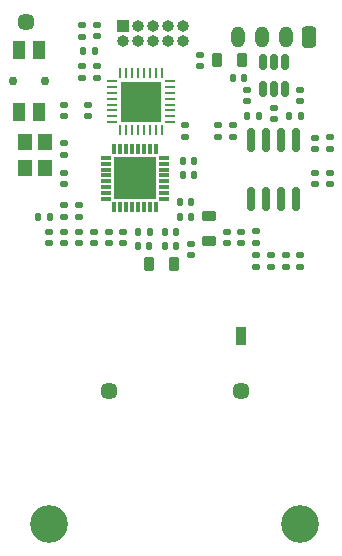
<source format=gbr>
%TF.GenerationSoftware,KiCad,Pcbnew,7.0.5*%
%TF.CreationDate,2023-08-24T03:33:07+02:00*%
%TF.ProjectId,Reader_Module,52656164-6572-45f4-9d6f-64756c652e6b,rev?*%
%TF.SameCoordinates,Original*%
%TF.FileFunction,Soldermask,Top*%
%TF.FilePolarity,Negative*%
%FSLAX46Y46*%
G04 Gerber Fmt 4.6, Leading zero omitted, Abs format (unit mm)*
G04 Created by KiCad (PCBNEW 7.0.5) date 2023-08-24 03:33:07*
%MOMM*%
%LPD*%
G01*
G04 APERTURE LIST*
G04 Aperture macros list*
%AMRoundRect*
0 Rectangle with rounded corners*
0 $1 Rounding radius*
0 $2 $3 $4 $5 $6 $7 $8 $9 X,Y pos of 4 corners*
0 Add a 4 corners polygon primitive as box body*
4,1,4,$2,$3,$4,$5,$6,$7,$8,$9,$2,$3,0*
0 Add four circle primitives for the rounded corners*
1,1,$1+$1,$2,$3*
1,1,$1+$1,$4,$5*
1,1,$1+$1,$6,$7*
1,1,$1+$1,$8,$9*
0 Add four rect primitives between the rounded corners*
20,1,$1+$1,$2,$3,$4,$5,0*
20,1,$1+$1,$4,$5,$6,$7,0*
20,1,$1+$1,$6,$7,$8,$9,0*
20,1,$1+$1,$8,$9,$2,$3,0*%
%AMFreePoly0*
4,1,5,0.400000,-0.750000,-0.400000,-0.750000,-0.400000,0.750000,0.400000,0.750000,0.400000,-0.750000,0.400000,-0.750000,$1*%
G04 Aperture macros list end*
%ADD10R,0.300000X0.850000*%
%ADD11R,0.850000X0.300000*%
%ADD12R,3.550000X3.550000*%
%ADD13RoundRect,0.250000X0.350000X0.650000X-0.350000X0.650000X-0.350000X-0.650000X0.350000X-0.650000X0*%
%ADD14O,1.200000X1.800000*%
%ADD15RoundRect,0.135000X0.135000X0.185000X-0.135000X0.185000X-0.135000X-0.185000X0.135000X-0.185000X0*%
%ADD16RoundRect,0.140000X0.170000X-0.140000X0.170000X0.140000X-0.170000X0.140000X-0.170000X-0.140000X0*%
%ADD17RoundRect,0.140000X-0.170000X0.140000X-0.170000X-0.140000X0.170000X-0.140000X0.170000X0.140000X0*%
%ADD18RoundRect,0.150000X0.150000X-0.512500X0.150000X0.512500X-0.150000X0.512500X-0.150000X-0.512500X0*%
%ADD19RoundRect,0.140000X0.140000X0.170000X-0.140000X0.170000X-0.140000X-0.170000X0.140000X-0.170000X0*%
%ADD20C,0.750000*%
%ADD21R,1.000000X1.550000*%
%ADD22RoundRect,0.062500X-0.375000X-0.062500X0.375000X-0.062500X0.375000X0.062500X-0.375000X0.062500X0*%
%ADD23RoundRect,0.062500X-0.062500X-0.375000X0.062500X-0.375000X0.062500X0.375000X-0.062500X0.375000X0*%
%ADD24R,3.450000X3.450000*%
%ADD25C,3.200000*%
%ADD26RoundRect,0.135000X0.185000X-0.135000X0.185000X0.135000X-0.185000X0.135000X-0.185000X-0.135000X0*%
%ADD27RoundRect,0.140000X-0.140000X-0.170000X0.140000X-0.170000X0.140000X0.170000X-0.140000X0.170000X0*%
%ADD28RoundRect,0.218750X0.381250X-0.218750X0.381250X0.218750X-0.381250X0.218750X-0.381250X-0.218750X0*%
%ADD29RoundRect,0.135000X-0.185000X0.135000X-0.185000X-0.135000X0.185000X-0.135000X0.185000X0.135000X0*%
%ADD30RoundRect,0.218750X-0.218750X-0.381250X0.218750X-0.381250X0.218750X0.381250X-0.218750X0.381250X0*%
%ADD31C,1.448000*%
%ADD32FreePoly0,0.000000*%
%ADD33RoundRect,0.150000X0.150000X-0.825000X0.150000X0.825000X-0.150000X0.825000X-0.150000X-0.825000X0*%
%ADD34R,1.200000X1.400000*%
%ADD35RoundRect,0.135000X-0.135000X-0.185000X0.135000X-0.185000X0.135000X0.185000X-0.135000X0.185000X0*%
%ADD36R,1.000000X1.000000*%
%ADD37O,1.000000X1.000000*%
G04 APERTURE END LIST*
D10*
%TO.C,D1*%
X116750000Y-79450000D03*
X117250000Y-79450000D03*
X117750000Y-79450000D03*
X118250000Y-79450000D03*
X118750000Y-79450000D03*
X119250000Y-79450000D03*
X119750000Y-79450000D03*
X120250000Y-79450000D03*
D11*
X120950000Y-78750000D03*
X120950000Y-78250000D03*
X120950000Y-77750000D03*
X120950000Y-77250000D03*
X120950000Y-76750000D03*
X120950000Y-76250000D03*
X120950000Y-75750000D03*
X120950000Y-75250000D03*
D10*
X120250000Y-74550000D03*
X119750000Y-74550000D03*
X119250000Y-74550000D03*
X118750000Y-74550000D03*
X118250000Y-74550000D03*
X117750000Y-74550000D03*
X117250000Y-74550000D03*
X116750000Y-74550000D03*
D11*
X116050000Y-75250000D03*
X116050000Y-75750000D03*
X116050000Y-76250000D03*
X116050000Y-76750000D03*
X116050000Y-77250000D03*
X116050000Y-77750000D03*
X116050000Y-78250000D03*
X116050000Y-78750000D03*
D12*
X118500000Y-77000000D03*
%TD*%
D13*
%TO.C,J2*%
X133250000Y-65000000D03*
D14*
X131250000Y-65000000D03*
X129250000Y-65000000D03*
X127250000Y-65000000D03*
%TD*%
D15*
%TO.C,R6*%
X129010000Y-71750000D03*
X127990000Y-71750000D03*
%TD*%
D16*
%TO.C,C21*%
X128000000Y-70480000D03*
X128000000Y-69520000D03*
%TD*%
D17*
%TO.C,C23*%
X132500000Y-69520000D03*
X132500000Y-70480000D03*
%TD*%
D16*
%TO.C,C24*%
X133750000Y-74500000D03*
X133750000Y-73540000D03*
%TD*%
D18*
%TO.C,U3*%
X129300000Y-69407500D03*
X130250000Y-69407500D03*
X131200000Y-69407500D03*
X131200000Y-67132500D03*
X130250000Y-67132500D03*
X129300000Y-67132500D03*
%TD*%
D19*
%TO.C,C29*%
X127730000Y-68500000D03*
X126770000Y-68500000D03*
%TD*%
D17*
%TO.C,C8*%
X115250000Y-64020000D03*
X115250000Y-64980000D03*
%TD*%
D20*
%TO.C,SW1*%
X108125000Y-68750000D03*
X110875000Y-68750000D03*
D21*
X108650000Y-71375000D03*
X108650000Y-66125000D03*
X110350000Y-71375000D03*
X110350000Y-66125000D03*
%TD*%
D22*
%TO.C,U1*%
X116562500Y-68750000D03*
X116562500Y-69250000D03*
X116562500Y-69750000D03*
X116562500Y-70250000D03*
X116562500Y-70750000D03*
X116562500Y-71250000D03*
X116562500Y-71750000D03*
X116562500Y-72250000D03*
D23*
X117250000Y-72937500D03*
X117750000Y-72937500D03*
X118250000Y-72937500D03*
X118750000Y-72937500D03*
X119250000Y-72937500D03*
X119750000Y-72937500D03*
X120250000Y-72937500D03*
X120750000Y-72937500D03*
D22*
X121437500Y-72250000D03*
X121437500Y-71750000D03*
X121437500Y-71250000D03*
X121437500Y-70750000D03*
X121437500Y-70250000D03*
X121437500Y-69750000D03*
X121437500Y-69250000D03*
X121437500Y-68750000D03*
D23*
X120750000Y-68062500D03*
X120250000Y-68062500D03*
X119750000Y-68062500D03*
X119250000Y-68062500D03*
X118750000Y-68062500D03*
X118250000Y-68062500D03*
X117750000Y-68062500D03*
X117250000Y-68062500D03*
D24*
X119000000Y-70500000D03*
%TD*%
D25*
%TO.C,H4*%
X111250000Y-106250000D03*
%TD*%
D16*
%TO.C,C14*%
X117500000Y-82480000D03*
X117500000Y-81520000D03*
%TD*%
D26*
%TO.C,R9*%
X135000000Y-74530000D03*
X135000000Y-73510000D03*
%TD*%
D27*
%TO.C,C35*%
X122270000Y-80250000D03*
X123230000Y-80250000D03*
%TD*%
D17*
%TO.C,C9*%
X113750000Y-79270000D03*
X113750000Y-80230000D03*
%TD*%
%TO.C,C19*%
X135000000Y-76520000D03*
X135000000Y-77480000D03*
%TD*%
D19*
%TO.C,C5*%
X123480000Y-75500000D03*
X122520000Y-75500000D03*
%TD*%
D28*
%TO.C,L2*%
X124750000Y-82312500D03*
X124750000Y-80187500D03*
%TD*%
D17*
%TO.C,C20*%
X133750000Y-76520000D03*
X133750000Y-77480000D03*
%TD*%
D29*
%TO.C,R1*%
X114000000Y-63990000D03*
X114000000Y-65010000D03*
%TD*%
D16*
%TO.C,C11*%
X112500000Y-82480000D03*
X112500000Y-81520000D03*
%TD*%
D17*
%TO.C,C4*%
X114000000Y-67520000D03*
X114000000Y-68480000D03*
%TD*%
%TO.C,C27*%
X128750000Y-83520000D03*
X128750000Y-84480000D03*
%TD*%
D19*
%TO.C,C36*%
X123230000Y-79000000D03*
X122270000Y-79000000D03*
%TD*%
D30*
%TO.C,L1*%
X119687500Y-84250000D03*
X121812500Y-84250000D03*
%TD*%
D16*
%TO.C,C16*%
X115000000Y-82480000D03*
X115000000Y-81520000D03*
%TD*%
D27*
%TO.C,C30*%
X118770000Y-81500000D03*
X119730000Y-81500000D03*
%TD*%
D26*
%TO.C,R10*%
X130000000Y-84510000D03*
X130000000Y-83490000D03*
%TD*%
D16*
%TO.C,C22*%
X130250000Y-71980000D03*
X130250000Y-71020000D03*
%TD*%
D25*
%TO.C,H3*%
X132500000Y-106250000D03*
%TD*%
D17*
%TO.C,C18*%
X112500000Y-74020000D03*
X112500000Y-74980000D03*
%TD*%
D19*
%TO.C,C31*%
X119710000Y-82750000D03*
X118750000Y-82750000D03*
%TD*%
D17*
%TO.C,C3*%
X115250000Y-67520000D03*
X115250000Y-68480000D03*
%TD*%
D16*
%TO.C,C28*%
X124000000Y-67480000D03*
X124000000Y-66520000D03*
%TD*%
%TO.C,C1*%
X114500000Y-71730000D03*
X114500000Y-70770000D03*
%TD*%
D31*
%TO.C,H7*%
X109250000Y-63750000D03*
%TD*%
D15*
%TO.C,R8*%
X132510000Y-71750000D03*
X131490000Y-71750000D03*
%TD*%
D19*
%TO.C,C33*%
X121980000Y-81500000D03*
X121020000Y-81500000D03*
%TD*%
D27*
%TO.C,C32*%
X121020000Y-82750000D03*
X121980000Y-82750000D03*
%TD*%
D17*
%TO.C,C7*%
X112500000Y-70770000D03*
X112500000Y-71730000D03*
%TD*%
D16*
%TO.C,C15*%
X113750000Y-82480000D03*
X113750000Y-81520000D03*
%TD*%
D30*
%TO.C,FB2*%
X125437500Y-67000000D03*
X127562500Y-67000000D03*
%TD*%
D16*
%TO.C,C17*%
X112500000Y-77480000D03*
X112500000Y-76520000D03*
%TD*%
D31*
%TO.C,H6*%
X127500000Y-95000000D03*
%TD*%
D16*
%TO.C,C38*%
X127500000Y-82480000D03*
X127500000Y-81520000D03*
%TD*%
D29*
%TO.C,R11*%
X128750000Y-81490000D03*
X128750000Y-82510000D03*
%TD*%
D16*
%TO.C,C2*%
X122750000Y-73480000D03*
X122750000Y-72520000D03*
%TD*%
D19*
%TO.C,C6*%
X123480000Y-76750000D03*
X122520000Y-76750000D03*
%TD*%
D17*
%TO.C,C10*%
X112500000Y-79270000D03*
X112500000Y-80230000D03*
%TD*%
D16*
%TO.C,C12*%
X111250000Y-82480000D03*
X111250000Y-81520000D03*
%TD*%
D31*
%TO.C,H5*%
X116250000Y-95000000D03*
%TD*%
D16*
%TO.C,C13*%
X116250000Y-82480000D03*
X116250000Y-81520000D03*
%TD*%
D15*
%TO.C,R4*%
X115110000Y-66250000D03*
X114090000Y-66250000D03*
%TD*%
D16*
%TO.C,C25*%
X132500000Y-84480000D03*
X132500000Y-83520000D03*
%TD*%
D29*
%TO.C,R5*%
X126750000Y-72490000D03*
X126750000Y-73510000D03*
%TD*%
D32*
%TO.C,AE1*%
X127500000Y-90312500D03*
%TD*%
D29*
%TO.C,R7*%
X125500000Y-72490000D03*
X125500000Y-73510000D03*
%TD*%
D33*
%TO.C,U2*%
X128345000Y-78725000D03*
X129615000Y-78725000D03*
X130885000Y-78725000D03*
X132155000Y-78725000D03*
X132155000Y-73775000D03*
X130885000Y-73775000D03*
X129615000Y-73775000D03*
X128345000Y-73775000D03*
%TD*%
D16*
%TO.C,C37*%
X126250000Y-82480000D03*
X126250000Y-81520000D03*
%TD*%
%TO.C,C26*%
X131250000Y-84480000D03*
X131250000Y-83520000D03*
%TD*%
D34*
%TO.C,Y1*%
X110850000Y-76100000D03*
X110850000Y-73900000D03*
X109150000Y-73900000D03*
X109150000Y-76100000D03*
%TD*%
D16*
%TO.C,C34*%
X123250000Y-83480000D03*
X123250000Y-82520000D03*
%TD*%
D35*
%TO.C,R3*%
X110240000Y-80250000D03*
X111260000Y-80250000D03*
%TD*%
D36*
%TO.C,J1*%
X117450000Y-64125000D03*
D37*
X117450000Y-65395000D03*
X118720000Y-64125000D03*
X118720000Y-65395000D03*
X119990000Y-64125000D03*
X119990000Y-65395000D03*
X121260000Y-64125000D03*
X121260000Y-65395000D03*
X122530000Y-64125000D03*
X122530000Y-65395000D03*
%TD*%
M02*

</source>
